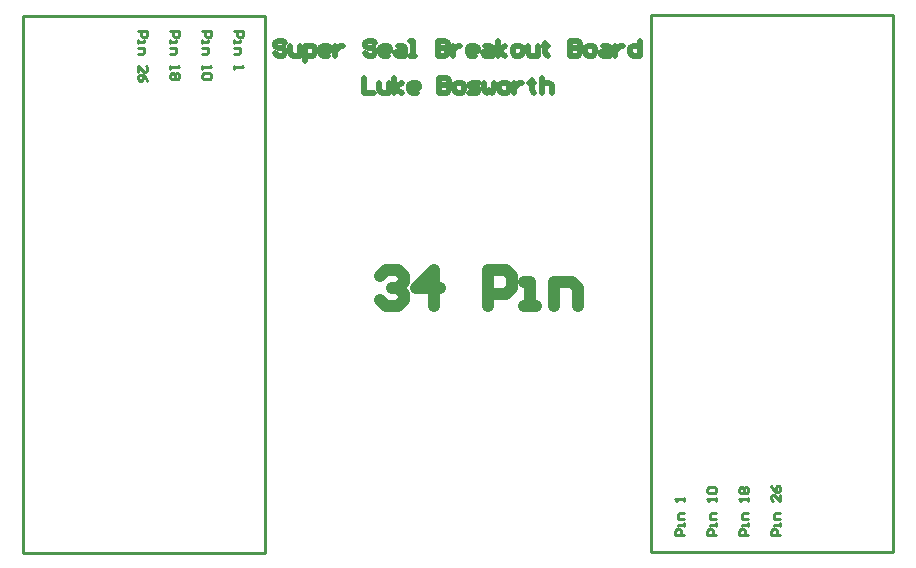
<source format=gto>
G04*
G04 #@! TF.GenerationSoftware,Altium Limited,Altium Designer,22.5.1 (42)*
G04*
G04 Layer_Color=65535*
%FSLAX25Y25*%
%MOIN*%
G70*
G04*
G04 #@! TF.SameCoordinates,C106D3DF-9627-4863-B2E5-E2E0062BA835*
G04*
G04*
G04 #@! TF.FilePolarity,Positive*
G04*
G01*
G75*
%ADD10C,0.01000*%
%ADD11C,0.04000*%
%ADD12C,0.02000*%
D10*
X20232Y180242D02*
X100732D01*
X20232Y1242D02*
Y180242D01*
Y1242D02*
X100732D01*
Y180242D01*
X229582Y1659D02*
X310082D01*
Y180659D01*
X229582D02*
X310082D01*
X229582Y1659D02*
Y180659D01*
X261912Y7092D02*
X258912D01*
Y8592D01*
X259412Y9092D01*
X260412D01*
X260912Y8592D01*
Y7092D01*
X261912Y10091D02*
Y11091D01*
Y10591D01*
X259912D01*
Y10091D01*
X261912Y12590D02*
X259912D01*
Y14090D01*
X260412Y14590D01*
X261912D01*
Y18588D02*
Y19588D01*
Y19088D01*
X258912D01*
X259412Y18588D01*
Y21088D02*
X258912Y21587D01*
Y22587D01*
X259412Y23087D01*
X259912D01*
X260412Y22587D01*
X260912Y23087D01*
X261412D01*
X261912Y22587D01*
Y21587D01*
X261412Y21088D01*
X260912D01*
X260412Y21587D01*
X259912Y21088D01*
X259412D01*
X260412Y21587D02*
Y22587D01*
X272578Y7092D02*
X269579D01*
Y8592D01*
X270079Y9092D01*
X271079D01*
X271579Y8592D01*
Y7092D01*
X272578Y10091D02*
Y11091D01*
Y10591D01*
X270579D01*
Y10091D01*
X272578Y12590D02*
X270579D01*
Y14090D01*
X271079Y14590D01*
X272578D01*
Y20588D02*
Y18588D01*
X270579Y20588D01*
X270079D01*
X269579Y20088D01*
Y19088D01*
X270079Y18588D01*
X269579Y23587D02*
X270079Y22587D01*
X271079Y21587D01*
X272078D01*
X272578Y22087D01*
Y23087D01*
X272078Y23587D01*
X271579D01*
X271079Y23087D01*
Y21587D01*
X251245Y7092D02*
X248246D01*
Y8592D01*
X248746Y9092D01*
X249745D01*
X250245Y8592D01*
Y7092D01*
X251245Y10091D02*
Y11091D01*
Y10591D01*
X249246D01*
Y10091D01*
X251245Y12590D02*
X249246D01*
Y14090D01*
X249745Y14590D01*
X251245D01*
Y18588D02*
Y19588D01*
Y19088D01*
X248246D01*
X248746Y18588D01*
Y21088D02*
X248246Y21587D01*
Y22587D01*
X248746Y23087D01*
X250745D01*
X251245Y22587D01*
Y21587D01*
X250745Y21088D01*
X248746D01*
X58578Y175092D02*
X61577D01*
Y173593D01*
X61077Y173093D01*
X60078D01*
X59578Y173593D01*
Y175092D01*
X58578Y172093D02*
Y171093D01*
Y171593D01*
X60577D01*
Y172093D01*
X58578Y169594D02*
X60577D01*
Y168094D01*
X60078Y167595D01*
X58578D01*
Y161597D02*
Y163596D01*
X60577Y161597D01*
X61077D01*
X61577Y162096D01*
Y163096D01*
X61077Y163596D01*
X61577Y158598D02*
X61077Y159597D01*
X60078Y160597D01*
X59078D01*
X58578Y160097D01*
Y159097D01*
X59078Y158598D01*
X59578D01*
X60078Y159097D01*
Y160597D01*
X240578Y7092D02*
X237579D01*
Y8592D01*
X238079Y9092D01*
X239079D01*
X239579Y8592D01*
Y7092D01*
X240578Y10091D02*
Y11091D01*
Y10591D01*
X238579D01*
Y10091D01*
X240578Y12590D02*
X238579D01*
Y14090D01*
X239079Y14590D01*
X240578D01*
Y18588D02*
Y19588D01*
Y19088D01*
X237579D01*
X238079Y18588D01*
X90578Y175092D02*
X93577D01*
Y173593D01*
X93077Y173093D01*
X92078D01*
X91578Y173593D01*
Y175092D01*
X90578Y172093D02*
Y171093D01*
Y171593D01*
X92578D01*
Y172093D01*
X90578Y169594D02*
X92578D01*
Y168094D01*
X92078Y167595D01*
X90578D01*
Y163596D02*
Y162596D01*
Y163096D01*
X93577D01*
X93077Y163596D01*
X69245Y175092D02*
X72244D01*
Y173593D01*
X71744Y173093D01*
X70744D01*
X70244Y173593D01*
Y175092D01*
X69245Y172093D02*
Y171093D01*
Y171593D01*
X71244D01*
Y172093D01*
X69245Y169594D02*
X71244D01*
Y168094D01*
X70744Y167595D01*
X69245D01*
Y163596D02*
Y162596D01*
Y163096D01*
X72244D01*
X71744Y163596D01*
Y161097D02*
X72244Y160597D01*
Y159597D01*
X71744Y159097D01*
X71244D01*
X70744Y159597D01*
X70244Y159097D01*
X69745D01*
X69245Y159597D01*
Y160597D01*
X69745Y161097D01*
X70244D01*
X70744Y160597D01*
X71244Y161097D01*
X71744D01*
X70744Y160597D02*
Y159597D01*
X79912Y175092D02*
X82911D01*
Y173593D01*
X82411Y173093D01*
X81411D01*
X80911Y173593D01*
Y175092D01*
X79912Y172093D02*
Y171093D01*
Y171593D01*
X81911D01*
Y172093D01*
X79912Y169594D02*
X81911D01*
Y168094D01*
X81411Y167595D01*
X79912D01*
Y163596D02*
Y162596D01*
Y163096D01*
X82911D01*
X82411Y163596D01*
Y161097D02*
X82911Y160597D01*
Y159597D01*
X82411Y159097D01*
X80411D01*
X79912Y159597D01*
Y160597D01*
X80411Y161097D01*
X82411D01*
D11*
X139078Y93589D02*
X141077Y95588D01*
X145076D01*
X147076Y93589D01*
Y91590D01*
X145076Y89590D01*
X143077D01*
X145076D01*
X147076Y87591D01*
Y85592D01*
X145076Y83592D01*
X141077D01*
X139078Y85592D01*
X157072Y83592D02*
Y95588D01*
X151074Y89590D01*
X159072D01*
X175067Y83592D02*
Y95588D01*
X181065D01*
X183064Y93589D01*
Y89590D01*
X181065Y87591D01*
X175067D01*
X187063Y83592D02*
X191061D01*
X189062D01*
Y91590D01*
X187063D01*
X197059Y83592D02*
Y91590D01*
X203058D01*
X205057Y89590D01*
Y83592D01*
D12*
X107597Y171222D02*
X106764Y172055D01*
X105098D01*
X104265Y171222D01*
Y170389D01*
X105098Y169555D01*
X106764D01*
X107597Y168722D01*
Y167889D01*
X106764Y167056D01*
X105098D01*
X104265Y167889D01*
X109263Y170389D02*
Y167889D01*
X110096Y167056D01*
X112595D01*
Y170389D01*
X114261Y165390D02*
Y170389D01*
X116761D01*
X117594Y169555D01*
Y167889D01*
X116761Y167056D01*
X114261D01*
X121759D02*
X120093D01*
X119260Y167889D01*
Y169555D01*
X120093Y170389D01*
X121759D01*
X122592Y169555D01*
Y168722D01*
X119260D01*
X124258Y170389D02*
Y167056D01*
Y168722D01*
X125091Y169555D01*
X125924Y170389D01*
X126757D01*
X137587Y171222D02*
X136754Y172055D01*
X135088D01*
X134255Y171222D01*
Y170389D01*
X135088Y169555D01*
X136754D01*
X137587Y168722D01*
Y167889D01*
X136754Y167056D01*
X135088D01*
X134255Y167889D01*
X141752Y167056D02*
X140086D01*
X139253Y167889D01*
Y169555D01*
X140086Y170389D01*
X141752D01*
X142586Y169555D01*
Y168722D01*
X139253D01*
X145085Y170389D02*
X146751D01*
X147584Y169555D01*
Y167056D01*
X145085D01*
X144252Y167889D01*
X145085Y168722D01*
X147584D01*
X149250Y167056D02*
X150916D01*
X150083D01*
Y172055D01*
X149250D01*
X158414D02*
Y167056D01*
X160913D01*
X161746Y167889D01*
Y168722D01*
X160913Y169555D01*
X158414D01*
X160913D01*
X161746Y170389D01*
Y171222D01*
X160913Y172055D01*
X158414D01*
X163412Y170389D02*
Y167056D01*
Y168722D01*
X164245Y169555D01*
X165078Y170389D01*
X165911D01*
X170910Y167056D02*
X169244D01*
X168410Y167889D01*
Y169555D01*
X169244Y170389D01*
X170910D01*
X171743Y169555D01*
Y168722D01*
X168410D01*
X174242Y170389D02*
X175908D01*
X176741Y169555D01*
Y167056D01*
X174242D01*
X173409Y167889D01*
X174242Y168722D01*
X176741D01*
X178407Y167056D02*
Y172055D01*
Y168722D02*
X180906Y170389D01*
X178407Y168722D02*
X180906Y167056D01*
X184239D02*
X185905D01*
X186738Y167889D01*
Y169555D01*
X185905Y170389D01*
X184239D01*
X183406Y169555D01*
Y167889D01*
X184239Y167056D01*
X188404Y170389D02*
Y167889D01*
X189237Y167056D01*
X191736D01*
Y170389D01*
X194235Y171222D02*
Y170389D01*
X193402D01*
X195069D01*
X194235D01*
Y167889D01*
X195069Y167056D01*
X202566Y172055D02*
Y167056D01*
X205065D01*
X205898Y167889D01*
Y168722D01*
X205065Y169555D01*
X202566D01*
X205065D01*
X205898Y170389D01*
Y171222D01*
X205065Y172055D01*
X202566D01*
X208398Y167056D02*
X210064D01*
X210897Y167889D01*
Y169555D01*
X210064Y170389D01*
X208398D01*
X207564Y169555D01*
Y167889D01*
X208398Y167056D01*
X213396Y170389D02*
X215062D01*
X215895Y169555D01*
Y167056D01*
X213396D01*
X212563Y167889D01*
X213396Y168722D01*
X215895D01*
X217561Y170389D02*
Y167056D01*
Y168722D01*
X218394Y169555D01*
X219227Y170389D01*
X220060D01*
X225892Y172055D02*
Y167056D01*
X223393D01*
X222560Y167889D01*
Y169555D01*
X223393Y170389D01*
X225892D01*
X133838Y159590D02*
Y154592D01*
X137171D01*
X138837Y157924D02*
Y155425D01*
X139670Y154592D01*
X142169D01*
Y157924D01*
X143835Y154592D02*
Y159590D01*
Y156258D02*
X146334Y157924D01*
X143835Y156258D02*
X146334Y154592D01*
X151333D02*
X149667D01*
X148834Y155425D01*
Y157091D01*
X149667Y157924D01*
X151333D01*
X152166Y157091D01*
Y156258D01*
X148834D01*
X158830Y159590D02*
Y154592D01*
X161329D01*
X162162Y155425D01*
Y156258D01*
X161329Y157091D01*
X158830D01*
X161329D01*
X162162Y157924D01*
Y158757D01*
X161329Y159590D01*
X158830D01*
X164662Y154592D02*
X166328D01*
X167161Y155425D01*
Y157091D01*
X166328Y157924D01*
X164662D01*
X163829Y157091D01*
Y155425D01*
X164662Y154592D01*
X168827D02*
X171326D01*
X172159Y155425D01*
X171326Y156258D01*
X169660D01*
X168827Y157091D01*
X169660Y157924D01*
X172159D01*
X173825D02*
Y155425D01*
X174658Y154592D01*
X175491Y155425D01*
X176324Y154592D01*
X177158Y155425D01*
Y157924D01*
X179657Y154592D02*
X181323D01*
X182156Y155425D01*
Y157091D01*
X181323Y157924D01*
X179657D01*
X178824Y157091D01*
Y155425D01*
X179657Y154592D01*
X183822Y157924D02*
Y154592D01*
Y156258D01*
X184655Y157091D01*
X185488Y157924D01*
X186321D01*
X189654Y158757D02*
Y157924D01*
X188821D01*
X190487D01*
X189654D01*
Y155425D01*
X190487Y154592D01*
X192986Y159590D02*
Y154592D01*
Y157091D01*
X193819Y157924D01*
X195485D01*
X196318Y157091D01*
Y154592D01*
M02*

</source>
